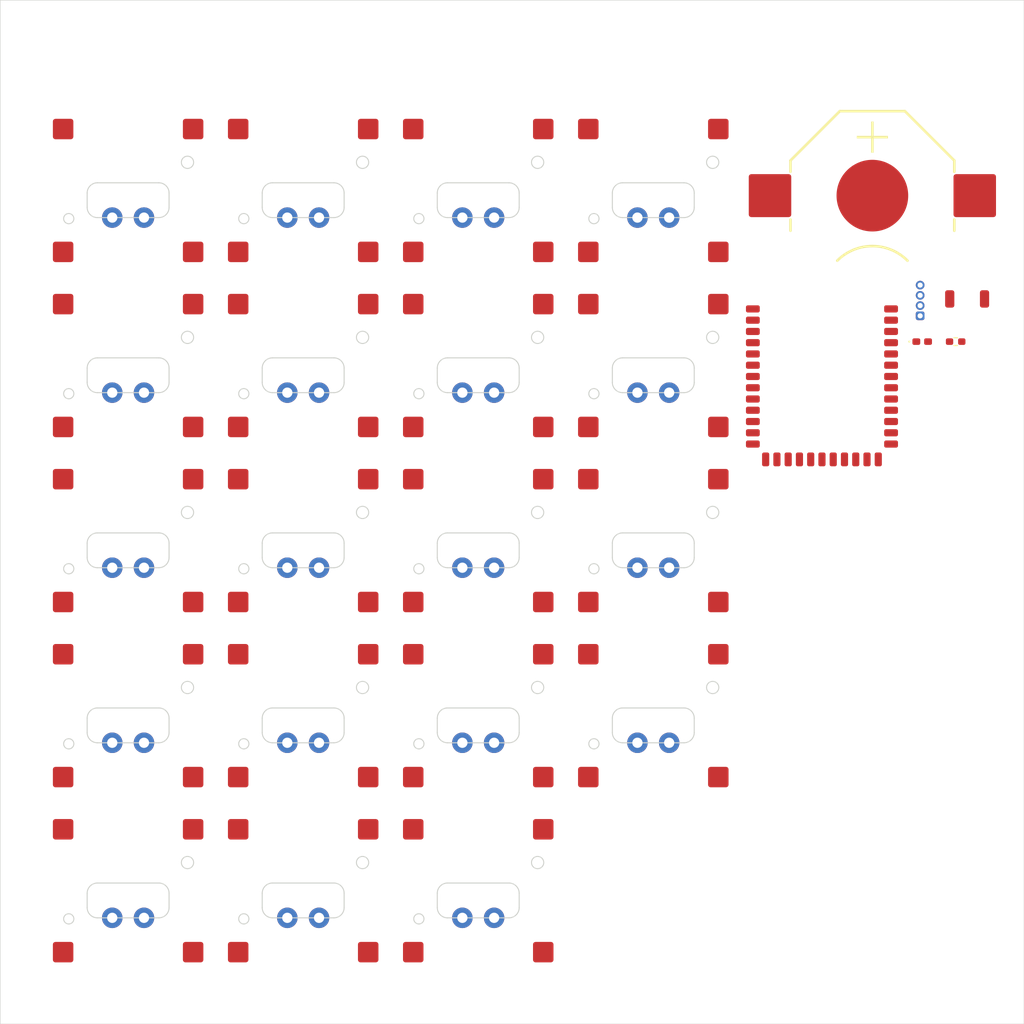
<source format=kicad_pcb>
(kicad_pcb (version 20241229) (generator "pcbnew") (generator_version "9.0")
  (layers (0 "F.Cu" signal) (2 "B.Cu" signal) (13 "F.Paste" user) (15 "B.Paste" user) (5 "F.SilkS" user "F.Silkscreen") (7 "B.SilkS" user "B.Silkscreen") (1 "F.Mask" user) (3 "B.Mask" user) (25 "Edge.Cuts" user))
  (net 0 "")
  (net 1 "VBUS")
  (net 2 "GND")
  (net 3 "LED")
  (net 4 "Net-(D1-K)")
  (net 5 "nRF_VDD")
  (net 6 "SWC")
  (net 7 "SWD")
  (net 8 "R1C1")
  (net 9 "R1C2")
  (net 10 "R1C3")
  (net 11 "R1C4")
  (net 12 "R1C5")
  (net 13 "R2C1")
  (net 14 "R2C2")
  (net 15 "R2C3")
  (net 16 "R2C4")
  (net 17 "R2C5")
  (net 18 "R3C0")
  (net 19 "R3C1")
  (net 20 "R3C2")
  (net 21 "R3C3")
  (net 22 "R3C4")
  (net 23 "R3C5")
  (net 24 "R4C3")
  (net 25 "R4C4")
  (net 26 "R4C5")
  (net 27 "RESET")
  (footprint "takemo:CPG1316S01D02" (layer "F.Cu") (at 112.38 110.14)
    (property "Reference" "SW3")
    (property "Value" "SW_Push_45deg" (hide yes))
    (fp_line (start -4 1.65) (end -4 0.25) (stroke (width 0.1)) (layer "Edge.Cuts"))
    (fp_line (start -3 -0.75) (end 3 -0.75) (stroke (width 0.1)) (layer "Edge.Cuts"))
    (fp_line (start 3 2.65) (end -3 2.65) (stroke (width 0.1)) (layer "Edge.Cuts"))
    (fp_line (start 4 0.25) (end 4 1.65) (stroke (width 0.1)) (layer "Edge.Cuts"))
    (fp_arc (start -4 0.25) (mid -3.707107 -0.457107) (end -3 -0.75) (stroke (width 0.1)) (layer "Edge.Cuts"))
    (fp_arc (start -3 2.65) (mid -3.707107 2.357107) (end -4 1.65) (stroke (width 0.1)) (layer "Edge.Cuts"))
    (fp_arc (start 3 -0.75) (mid 3.707107 -0.457107) (end 4 0.25) (stroke (width 0.1)) (layer "Edge.Cuts"))
    (fp_arc (start 4 1.65) (mid 3.707107 2.357107) (end 3 2.65) (stroke (width 0.1)) (layer "Edge.Cuts"))
    (fp_circle (center -5.8 2.75) (end -5.3 2.75) (stroke (width 0.1)) (fill no) (layer "Edge.Cuts"))
    (fp_circle (center 5.8 -2.75) (end 6.4 -2.75) (stroke (width 0.1)) (fill no) (layer "Edge.Cuts"))
    (pad "1" thru_hole circle (at -1.55 2.65) (size 2 2) (drill 1) (property pad_prop_castellated) (layers "*.Cu" "*.Paste" "*.Mask") (net 10 "R1C3"))
    (pad "2" thru_hole circle (at 1.55 2.65) (size 2 2) (drill 1) (property pad_prop_castellated) (layers "*.Cu" "*.Paste" "*.Mask") (net 2 "GND"))
    (pad "3" smd roundrect (at -6.35 -6) (size 2 2) (layers "F.Cu" "F.Mask" "F.Paste") (roundrect_rratio 0.125))
    (pad "3" smd roundrect (at -6.35 6) (size 2 2) (layers "F.Cu" "F.Mask" "F.Paste") (roundrect_rratio 0.125))
    (pad "3" smd roundrect (at 6.35 -6) (size 2 2) (layers "F.Cu" "F.Mask" "F.Paste") (roundrect_rratio 0.125))
    (pad "3" smd roundrect (at 6.35 6) (size 2 2) (layers "F.Cu" "F.Mask" "F.Paste") (roundrect_rratio 0.125))
  )
  (footprint "takemo:CPG1316S01D02" (layer "F.Cu") (at 163.68 75.94)
    (property "Reference" "SW16")
    (property "Value" "SW_Push_45deg" (hide yes))
    (fp_line (start -4 1.65) (end -4 0.25) (stroke (width 0.1)) (layer "Edge.Cuts"))
    (fp_line (start -3 -0.75) (end 3 -0.75) (stroke (width 0.1)) (layer "Edge.Cuts"))
    (fp_line (start 3 2.65) (end -3 2.65) (stroke (width 0.1)) (layer "Edge.Cuts"))
    (fp_line (start 4 0.25) (end 4 1.65) (stroke (width 0.1)) (layer "Edge.Cuts"))
    (fp_arc (start -4 0.25) (mid -3.707107 -0.457107) (end -3 -0.75) (stroke (width 0.1)) (layer "Edge.Cuts"))
    (fp_arc (start -3 2.65) (mid -3.707107 2.357107) (end -4 1.65) (stroke (width 0.1)) (layer "Edge.Cuts"))
    (fp_arc (start 3 -0.75) (mid 3.707107 -0.457107) (end 4 0.25) (stroke (width 0.1)) (layer "Edge.Cuts"))
    (fp_arc (start 4 1.65) (mid 3.707107 2.357107) (end 3 2.65) (stroke (width 0.1)) (layer "Edge.Cuts"))
    (fp_circle (center -5.8 2.75) (end -5.3 2.75) (stroke (width 0.1)) (fill no) (layer "Edge.Cuts"))
    (fp_circle (center 5.8 -2.75) (end 6.4 -2.75) (stroke (width 0.1)) (fill no) (layer "Edge.Cuts"))
    (pad "1" thru_hole circle (at -1.55 2.65) (size 2 2) (drill 1) (property pad_prop_castellated) (layers "*.Cu" "*.Paste" "*.Mask") (net 23 "R3C5"))
    (pad "2" thru_hole circle (at 1.55 2.65) (size 2 2) (drill 1) (property pad_prop_castellated) (layers "*.Cu" "*.Paste" "*.Mask") (net 2 "GND"))
    (pad "3" smd roundrect (at -6.35 -6) (size 2 2) (layers "F.Cu" "F.Mask" "F.Paste") (roundrect_rratio 0.125))
    (pad "3" smd roundrect (at -6.35 6) (size 2 2) (layers "F.Cu" "F.Mask" "F.Paste") (roundrect_rratio 0.125))
    (pad "3" smd roundrect (at 6.35 -6) (size 2 2) (layers "F.Cu" "F.Mask" "F.Paste") (roundrect_rratio 0.125))
    (pad "3" smd roundrect (at 6.35 6) (size 2 2) (layers "F.Cu" "F.Mask" "F.Paste") (roundrect_rratio 0.125))
  )
  (footprint "takemo:BAT-SMD_MY-1632-03" (layer "F.Cu") (at 185.08 76.4455)
    (property "Reference" "BT1" (hide yes))
    (property "Value" "Battery_Cell" (hide yes))
    (fp_line (start -8.001 -3.429) (end -8.001 -2.331) (stroke (width 0.254)) (layer "F.SilkS"))
    (fp_line (start -8.001 2.331) (end -8.001 3.429) (stroke (width 0.254)) (layer "F.SilkS"))
    (fp_line (start -3.175 -8.255) (end -8.001 -3.429) (stroke (width 0.254)) (layer "F.SilkS"))
    (fp_line (start -3.175 -8.255) (end 3.175 -8.255) (stroke (width 0.254)) (layer "F.SilkS"))
    (fp_line (start 3.175 -8.255) (end 8.001 -3.429) (stroke (width 0.254)) (layer "F.SilkS"))
    (fp_line (start 8.001 -3.429) (end 8.001 -2.331) (stroke (width 0.254)) (layer "F.SilkS"))
    (fp_line (start 8.001 2.331) (end 8.001 3.429) (stroke (width 0.254)) (layer "F.SilkS"))
    (fp_arc (start -3.429 6.35) (mid 0 4.926875) (end 3.429 6.35) (stroke (width 0.254)) (layer "F.SilkS"))
    (fp_poly (pts (xy -1.524 -5.842) (xy 1.524 -5.842) (xy 1.524 -5.588) (xy -1.524 -5.588)) (fill yes) (layer "F.SilkS"))
    (fp_poly (pts (xy -0.127 -4.191) (xy -0.127 -7.239) (xy 0.127 -7.239) (xy 0.127 -4.191)) (fill yes) (layer "F.SilkS"))
    (pad "1" smd roundrect (at -10 0) (size 4.15 4.2) (layers "F.Cu" "F.Mask" "F.Paste") (roundrect_rratio 0.06024096386) (net 1 "VBUS"))
    (pad "1" smd roundrect (at 10 0) (size 4.15 4.2) (layers "F.Cu" "F.Mask" "F.Paste") (roundrect_rratio 0.06024096386) (net 1 "VBUS"))
    (pad "2" smd circle (at 0 0) (size 7 7) (layers "F.Cu" "F.Mask" "F.Paste") (net 2 "GND"))
  )
  (footprint "takemo:CPG1316S01D02" (layer "F.Cu") (at 112.38 144.34)
    (property "Reference" "SW5")
    (property "Value" "SW_Push_45deg" (hide yes))
    (fp_line (start -4 1.65) (end -4 0.25) (stroke (width 0.1)) (layer "Edge.Cuts"))
    (fp_line (start -3 -0.75) (end 3 -0.75) (stroke (width 0.1)) (layer "Edge.Cuts"))
    (fp_line (start 3 2.65) (end -3 2.65) (stroke (width 0.1)) (layer "Edge.Cuts"))
    (fp_line (start 4 0.25) (end 4 1.65) (stroke (width 0.1)) (layer "Edge.Cuts"))
    (fp_arc (start -4 0.25) (mid -3.707107 -0.457107) (end -3 -0.75) (stroke (width 0.1)) (layer "Edge.Cuts"))
    (fp_arc (start -3 2.65) (mid -3.707107 2.357107) (end -4 1.65) (stroke (width 0.1)) (layer "Edge.Cuts"))
    (fp_arc (start 3 -0.75) (mid 3.707107 -0.457107) (end 4 0.25) (stroke (width 0.1)) (layer "Edge.Cuts"))
    (fp_arc (start 4 1.65) (mid 3.707107 2.357107) (end 3 2.65) (stroke (width 0.1)) (layer "Edge.Cuts"))
    (fp_circle (center -5.8 2.75) (end -5.3 2.75) (stroke (width 0.1)) (fill no) (layer "Edge.Cuts"))
    (fp_circle (center 5.8 -2.75) (end 6.4 -2.75) (stroke (width 0.1)) (fill no) (layer "Edge.Cuts"))
    (pad "1" thru_hole circle (at -1.55 2.65) (size 2 2) (drill 1) (property pad_prop_castellated) (layers "*.Cu" "*.Paste" "*.Mask") (net 12 "R1C5"))
    (pad "2" thru_hole circle (at 1.55 2.65) (size 2 2) (drill 1) (property pad_prop_castellated) (layers "*.Cu" "*.Paste" "*.Mask") (net 2 "GND"))
    (pad "3" smd roundrect (at -6.35 -6) (size 2 2) (layers "F.Cu" "F.Mask" "F.Paste") (roundrect_rratio 0.125))
    (pad "3" smd roundrect (at -6.35 6) (size 2 2) (layers "F.Cu" "F.Mask" "F.Paste") (roundrect_rratio 0.125))
    (pad "3" smd roundrect (at 6.35 -6) (size 2 2) (layers "F.Cu" "F.Mask" "F.Paste") (roundrect_rratio 0.125))
    (pad "3" smd roundrect (at 6.35 6) (size 2 2) (layers "F.Cu" "F.Mask" "F.Paste") (roundrect_rratio 0.125))
  )
  (footprint "takemo:CPG1316S01D02" (layer "F.Cu") (at 129.48 144.34)
    (property "Reference" "SW10")
    (property "Value" "SW_Push_45deg" (hide yes))
    (fp_line (start -4 1.65) (end -4 0.25) (stroke (width 0.1)) (layer "Edge.Cuts"))
    (fp_line (start -3 -0.75) (end 3 -0.75) (stroke (width 0.1)) (layer "Edge.Cuts"))
    (fp_line (start 3 2.65) (end -3 2.65) (stroke (width 0.1)) (layer "Edge.Cuts"))
    (fp_line (start 4 0.25) (end 4 1.65) (stroke (width 0.1)) (layer "Edge.Cuts"))
    (fp_arc (start -4 0.25) (mid -3.707107 -0.457107) (end -3 -0.75) (stroke (width 0.1)) (layer "Edge.Cuts"))
    (fp_arc (start -3 2.65) (mid -3.707107 2.357107) (end -4 1.65) (stroke (width 0.1)) (layer "Edge.Cuts"))
    (fp_arc (start 3 -0.75) (mid 3.707107 -0.457107) (end 4 0.25) (stroke (width 0.1)) (layer "Edge.Cuts"))
    (fp_arc (start 4 1.65) (mid 3.707107 2.357107) (end 3 2.65) (stroke (width 0.1)) (layer "Edge.Cuts"))
    (fp_circle (center -5.8 2.75) (end -5.3 2.75) (stroke (width 0.1)) (fill no) (layer "Edge.Cuts"))
    (fp_circle (center 5.8 -2.75) (end 6.4 -2.75) (stroke (width 0.1)) (fill no) (layer "Edge.Cuts"))
    (pad "1" thru_hole circle (at -1.55 2.65) (size 2 2) (drill 1) (property pad_prop_castellated) (layers "*.Cu" "*.Paste" "*.Mask") (net 17 "R2C5"))
    (pad "2" thru_hole circle (at 1.55 2.65) (size 2 2) (drill 1) (property pad_prop_castellated) (layers "*.Cu" "*.Paste" "*.Mask") (net 2 "GND"))
    (pad "3" smd roundrect (at -6.35 -6) (size 2 2) (layers "F.Cu" "F.Mask" "F.Paste") (roundrect_rratio 0.125))
    (pad "3" smd roundrect (at -6.35 6) (size 2 2) (layers "F.Cu" "F.Mask" "F.Paste") (roundrect_rratio 0.125))
    (pad "3" smd roundrect (at 6.35 -6) (size 2 2) (layers "F.Cu" "F.Mask" "F.Paste") (roundrect_rratio 0.125))
    (pad "3" smd roundrect (at 6.35 6) (size 2 2) (layers "F.Cu" "F.Mask" "F.Paste") (roundrect_rratio 0.125))
  )
  (footprint "takemo:CPG1316S01D02" (layer "F.Cu") (at 146.58 110.14)
    (property "Reference" "SW13")
    (property "Value" "SW_Push_45deg" (hide yes))
    (fp_line (start -4 1.65) (end -4 0.25) (stroke (width 0.1)) (layer "Edge.Cuts"))
    (fp_line (start -3 -0.75) (end 3 -0.75) (stroke (width 0.1)) (layer "Edge.Cuts"))
    (fp_line (start 3 2.65) (end -3 2.65) (stroke (width 0.1)) (layer "Edge.Cuts"))
    (fp_line (start 4 0.25) (end 4 1.65) (stroke (width 0.1)) (layer "Edge.Cuts"))
    (fp_arc (start -4 0.25) (mid -3.707107 -0.457107) (end -3 -0.75) (stroke (width 0.1)) (layer "Edge.Cuts"))
    (fp_arc (start -3 2.65) (mid -3.707107 2.357107) (end -4 1.65) (stroke (width 0.1)) (layer "Edge.Cuts"))
    (fp_arc (start 3 -0.75) (mid 3.707107 -0.457107) (end 4 0.25) (stroke (width 0.1)) (layer "Edge.Cuts"))
    (fp_arc (start 4 1.65) (mid 3.707107 2.357107) (end 3 2.65) (stroke (width 0.1)) (layer "Edge.Cuts"))
    (fp_circle (center -5.8 2.75) (end -5.3 2.75) (stroke (width 0.1)) (fill no) (layer "Edge.Cuts"))
    (fp_circle (center 5.8 -2.75) (end 6.4 -2.75) (stroke (width 0.1)) (fill no) (layer "Edge.Cuts"))
    (pad "1" thru_hole circle (at -1.55 2.65) (size 2 2) (drill 1) (property pad_prop_castellated) (layers "*.Cu" "*.Paste" "*.Mask") (net 20 "R3C2"))
    (pad "2" thru_hole circle (at 1.55 2.65) (size 2 2) (drill 1) (property pad_prop_castellated) (layers "*.Cu" "*.Paste" "*.Mask") (net 2 "GND"))
    (pad "3" smd roundrect (at -6.35 -6) (size 2 2) (layers "F.Cu" "F.Mask" "F.Paste") (roundrect_rratio 0.125))
    (pad "3" smd roundrect (at -6.35 6) (size 2 2) (layers "F.Cu" "F.Mask" "F.Paste") (roundrect_rratio 0.125))
    (pad "3" smd roundrect (at 6.35 -6) (size 2 2) (layers "F.Cu" "F.Mask" "F.Paste") (roundrect_rratio 0.125))
    (pad "3" smd roundrect (at 6.35 6) (size 2 2) (layers "F.Cu" "F.Mask" "F.Paste") (roundrect_rratio 0.125))
  )
  (footprint "takemo:CPG1316S01D02" (layer "F.Cu") (at 163.68 110.14)
    (property "Reference" "SW18")
    (property "Value" "SW_Push_45deg" (hide yes))
    (fp_line (start -4 1.65) (end -4 0.25) (stroke (width 0.1)) (layer "Edge.Cuts"))
    (fp_line (start -3 -0.75) (end 3 -0.75) (stroke (width 0.1)) (layer "Edge.Cuts"))
    (fp_line (start 3 2.65) (end -3 2.65) (stroke (width 0.1)) (layer "Edge.Cuts"))
    (fp_line (start 4 0.25) (end 4 1.65) (stroke (width 0.1)) (layer "Edge.Cuts"))
    (fp_arc (start -4 0.25) (mid -3.707107 -0.457107) (end -3 -0.75) (stroke (width 0.1)) (layer "Edge.Cuts"))
    (fp_arc (start -3 2.65) (mid -3.707107 2.357107) (end -4 1.65) (stroke (width 0.1)) (layer "Edge.Cuts"))
    (fp_arc (start 3 -0.75) (mid 3.707107 -0.457107) (end 4 0.25) (stroke (width 0.1)) (layer "Edge.Cuts"))
    (fp_arc (start 4 1.65) (mid 3.707107 2.357107) (end 3 2.65) (stroke (width 0.1)) (layer "Edge.Cuts"))
    (fp_circle (center -5.8 2.75) (end -5.3 2.75) (stroke (width 0.1)) (fill no) (layer "Edge.Cuts"))
    (fp_circle (center 5.8 -2.75) (end 6.4 -2.75) (stroke (width 0.1)) (fill no) (layer "Edge.Cuts"))
    (pad "1" thru_hole circle (at -1.55 2.65) (size 2 2) (drill 1) (property pad_prop_castellated) (layers "*.Cu" "*.Paste" "*.Mask") (net 25 "R4C4"))
    (pad "2" thru_hole circle (at 1.55 2.65) (size 2 2) (drill 1) (property pad_prop_castellated) (layers "*.Cu" "*.Paste" "*.Mask") (net 2 "GND"))
    (pad "3" smd roundrect (at -6.35 -6) (size 2 2) (layers "F.Cu" "F.Mask" "F.Paste") (roundrect_rratio 0.125))
    (pad "3" smd roundrect (at -6.35 6) (size 2 2) (layers "F.Cu" "F.Mask" "F.Paste") (roundrect_rratio 0.125))
    (pad "3" smd roundrect (at 6.35 -6) (size 2 2) (layers "F.Cu" "F.Mask" "F.Paste") (roundrect_rratio 0.125))
    (pad "3" smd roundrect (at 6.35 6) (size 2 2) (layers "F.Cu" "F.Mask" "F.Paste") (roundrect_rratio 0.125))
  )
  (footprint "takemo:CPG1316S01D02" (layer "F.Cu") (at 112.38 75.94)
    (property "Reference" "SW1")
    (property "Value" "SW_Push_45deg" (hide yes))
    (fp_line (start -4 1.65) (end -4 0.25) (stroke (width 0.1)) (layer "Edge.Cuts"))
    (fp_line (start -3 -0.75) (end 3 -0.75) (stroke (width 0.1)) (layer "Edge.Cuts"))
    (fp_line (start 3 2.65) (end -3 2.65) (stroke (width 0.1)) (layer "Edge.Cuts"))
    (fp_line (start 4 0.25) (end 4 1.65) (stroke (width 0.1)) (layer "Edge.Cuts"))
    (fp_arc (start -4 0.25) (mid -3.707107 -0.457107) (end -3 -0.75) (stroke (width 0.1)) (layer "Edge.Cuts"))
    (fp_arc (start -3 2.65) (mid -3.707107 2.357107) (end -4 1.65) (stroke (width 0.1)) (layer "Edge.Cuts"))
    (fp_arc (start 3 -0.75) (mid 3.707107 -0.457107) (end 4 0.25) (stroke (width 0.1)) (layer "Edge.Cuts"))
    (fp_arc (start 4 1.65) (mid 3.707107 2.357107) (end 3 2.65) (stroke (width 0.1)) (layer "Edge.Cuts"))
    (fp_circle (center -5.8 2.75) (end -5.3 2.75) (stroke (width 0.1)) (fill no) (layer "Edge.Cuts"))
    (fp_circle (center 5.8 -2.75) (end 6.4 -2.75) (stroke (width 0.1)) (fill no) (layer "Edge.Cuts"))
    (pad "1" thru_hole circle (at -1.55 2.65) (size 2 2) (drill 1) (property pad_prop_castellated) (layers "*.Cu" "*.Paste" "*.Mask") (net 8 "R1C1"))
    (pad "2" thru_hole circle (at 1.55 2.65) (size 2 2) (drill 1) (property pad_prop_castellated) (layers "*.Cu" "*.Paste" "*.Mask") (net 2 "GND"))
    (pad "3" smd roundrect (at -6.35 -6) (size 2 2) (layers "F.Cu" "F.Mask" "F.Paste") (roundrect_rratio 0.125))
    (pad "3" smd roundrect (at -6.35 6) (size 2 2) (layers "F.Cu" "F.Mask" "F.Paste") (roundrect_rratio 0.125))
    (pad "3" smd roundrect (at 6.35 -6) (size 2 2) (layers "F.Cu" "F.Mask" "F.Paste") (roundrect_rratio 0.125))
    (pad "3" smd roundrect (at 6.35 6) (size 2 2) (layers "F.Cu" "F.Mask" "F.Paste") (roundrect_rratio 0.125))
  )
  (footprint "takemo:LED_0402_1005Metric_Pad0.77x0.64mm_HandSolder" (layer "F.Cu") (at 189.945 90.705)
    (property "Reference" "D1" (hide yes))
    (property "Value" "LED" (hide yes))
    (fp_circle (center -1.265 0) (end -1.215 0) (stroke (width 0.1)) (fill no) (layer "F.SilkS"))
    (pad "1" smd roundrect (at -0.5725 0) (size 0.765 0.64) (layers "F.Cu" "F.Mask" "F.Paste") (net 4 "Net-(D1-K)"))
    (pad "2" smd roundrect (at 0.5725 0) (size 0.765 0.64) (layers "F.Cu" "F.Mask" "F.Paste") (net 3 "LED"))
  )
  (footprint "takemo:CPG1316S01D02" (layer "F.Cu") (at 129.48 75.94)
    (property "Reference" "SW6")
    (property "Value" "SW_Push_45deg" (hide yes))
    (fp_line (start -4 1.65) (end -4 0.25) (stroke (width 0.1)) (layer "Edge.Cuts"))
    (fp_line (start -3 -0.75) (end 3 -0.75) (stroke (width 0.1)) (layer "Edge.Cuts"))
    (fp_line (start 3 2.65) (end -3 2.65) (stroke (width 0.1)) (layer "Edge.Cuts"))
    (fp_line (start 4 0.25) (end 4 1.65) (stroke (width 0.1)) (layer "Edge.Cuts"))
    (fp_arc (start -4 0.25) (mid -3.707107 -0.457107) (end -3 -0.75) (stroke (width 0.1)) (layer "Edge.Cuts"))
    (fp_arc (start -3 2.65) (mid -3.707107 2.357107) (end -4 1.65) (stroke (width 0.1)) (layer "Edge.Cuts"))
    (fp_arc (start 3 -0.75) (mid 3.707107 -0.457107) (end 4 0.25) (stroke (width 0.1)) (layer "Edge.Cuts"))
    (fp_arc (start 4 1.65) (mid 3.707107 2.357107) (end 3 2.65) (stroke (width 0.1)) (layer "Edge.Cuts"))
    (fp_circle (center -5.8 2.75) (end -5.3 2.75) (stroke (width 0.1)) (fill no) (layer "Edge.Cuts"))
    (fp_circle (center 5.8 -2.75) (end 6.4 -2.75) (stroke (width 0.1)) (fill no) (layer "Edge.Cuts"))
    (pad "1" thru_hole circle (at -1.55 2.65) (size 2 2) (drill 1) (property pad_prop_castellated) (layers "*.Cu" "*.Paste" "*.Mask") (net 13 "R2C1"))
    (pad "2" thru_hole circle (at 1.55 2.65) (size 2 2) (drill 1) (property pad_prop_castellated) (layers "*.Cu" "*.Paste" "*.Mask") (net 2 "GND"))
    (pad "3" smd roundrect (at -6.35 -6) (size 2 2) (layers "F.Cu" "F.Mask" "F.Paste") (roundrect_rratio 0.125))
    (pad "3" smd roundrect (at -6.35 6) (size 2 2) (layers "F.Cu" "F.Mask" "F.Paste") (roundrect_rratio 0.125))
    (pad "3" smd roundrect (at 6.35 -6) (size 2 2) (layers "F.Cu" "F.Mask" "F.Paste") (roundrect_rratio 0.125))
    (pad "3" smd roundrect (at 6.35 6) (size 2 2) (layers "F.Cu" "F.Mask" "F.Paste") (roundrect_rratio 0.125))
  )
  (footprint "takemo:CPG1316S01D02" (layer "F.Cu") (at 112.38 93.04)
    (property "Reference" "SW2")
    (property "Value" "SW_Push_45deg" (hide yes))
    (fp_line (start -4 1.65) (end -4 0.25) (stroke (width 0.1)) (layer "Edge.Cuts"))
    (fp_line (start -3 -0.75) (end 3 -0.75) (stroke (width 0.1)) (layer "Edge.Cuts"))
    (fp_line (start 3 2.65) (end -3 2.65) (stroke (width 0.1)) (layer "Edge.Cuts"))
    (fp_line (start 4 0.25) (end 4 1.65) (stroke (width 0.1)) (layer "Edge.Cuts"))
    (fp_arc (start -4 0.25) (mid -3.707107 -0.457107) (end -3 -0.75) (stroke (width 0.1)) (layer "Edge.Cuts"))
    (fp_arc (start -3 2.65) (mid -3.707107 2.357107) (end -4 1.65) (stroke (width 0.1)) (layer "Edge.Cuts"))
    (fp_arc (start 3 -0.75) (mid 3.707107 -0.457107) (end 4 0.25) (stroke (width 0.1)) (layer "Edge.Cuts"))
    (fp_arc (start 4 1.65) (mid 3.707107 2.357107) (end 3 2.65) (stroke (width 0.1)) (layer "Edge.Cuts"))
    (fp_circle (center -5.8 2.75) (end -5.3 2.75) (stroke (width 0.1)) (fill no) (layer "Edge.Cuts"))
    (fp_circle (center 5.8 -2.75) (end 6.4 -2.75) (stroke (width 0.1)) (fill no) (layer "Edge.Cuts"))
    (pad "1" thru_hole circle (at -1.55 2.65) (size 2 2) (drill 1) (property pad_prop_castellated) (layers "*.Cu" "*.Paste" "*.Mask") (net 9 "R1C2"))
    (pad "2" thru_hole circle (at 1.55 2.65) (size 2 2) (drill 1) (property pad_prop_castellated) (layers "*.Cu" "*.Paste" "*.Mask") (net 2 "GND"))
    (pad "3" smd roundrect (at -6.35 -6) (size 2 2) (layers "F.Cu" "F.Mask" "F.Paste") (roundrect_rratio 0.125))
    (pad "3" smd roundrect (at -6.35 6) (size 2 2) (layers "F.Cu" "F.Mask" "F.Paste") (roundrect_rratio 0.125))
    (pad "3" smd roundrect (at 6.35 -6) (size 2 2) (layers "F.Cu" "F.Mask" "F.Paste") (roundrect_rratio 0.125))
    (pad "3" smd roundrect (at 6.35 6) (size 2 2) (layers "F.Cu" "F.Mask" "F.Paste") (roundrect_rratio 0.125))
  )
  (footprint "takemo:CPG1316S01D02" (layer "F.Cu") (at 129.48 127.24)
    (property "Reference" "SW9")
    (property "Value" "SW_Push_45deg" (hide yes))
    (fp_line (start -4 1.65) (end -4 0.25) (stroke (width 0.1)) (layer "Edge.Cuts"))
    (fp_line (start -3 -0.75) (end 3 -0.75) (stroke (width 0.1)) (layer "Edge.Cuts"))
    (fp_line (start 3 2.65) (end -3 2.65) (stroke (width 0.1)) (layer "Edge.Cuts"))
    (fp_line (start 4 0.25) (end 4 1.65) (stroke (width 0.1)) (layer "Edge.Cuts"))
    (fp_arc (start -4 0.25) (mid -3.707107 -0.457107) (end -3 -0.75) (stroke (width 0.1)) (layer "Edge.Cuts"))
    (fp_arc (start -3 2.65) (mid -3.707107 2.357107) (end -4 1.65) (stroke (width 0.1)) (layer "Edge.Cuts"))
    (fp_arc (start 3 -0.75) (mid 3.707107 -0.457107) (end 4 0.25) (stroke (width 0.1)) (layer "Edge.Cuts"))
    (fp_arc (start 4 1.65) (mid 3.707107 2.357107) (end 3 2.65) (stroke (width 0.1)) (layer "Edge.Cuts"))
    (fp_circle (center -5.8 2.75) (end -5.3 2.75) (stroke (width 0.1)) (fill no) (layer "Edge.Cuts"))
    (fp_circle (center 5.8 -2.75) (end 6.4 -2.75) (stroke (width 0.1)) (fill no) (layer "Edge.Cuts"))
    (pad "1" thru_hole circle (at -1.55 2.65) (size 2 2) (drill 1) (property pad_prop_castellated) (layers "*.Cu" "*.Paste" "*.Mask") (net 16 "R2C4"))
    (pad "2" thru_hole circle (at 1.55 2.65) (size 2 2) (drill 1) (property pad_prop_castellated) (layers "*.Cu" "*.Paste" "*.Mask") (net 2 "GND"))
    (pad "3" smd roundrect (at -6.35 -6) (size 2 2) (layers "F.Cu" "F.Mask" "F.Paste") (roundrect_rratio 0.125))
    (pad "3" smd roundrect (at -6.35 6) (size 2 2) (layers "F.Cu" "F.Mask" "F.Paste") (roundrect_rratio 0.125))
    (pad "3" smd roundrect (at 6.35 -6) (size 2 2) (layers "F.Cu" "F.Mask" "F.Paste") (roundrect_rratio 0.125))
    (pad "3" smd roundrect (at 6.35 6) (size 2 2) (layers "F.Cu" "F.Mask" "F.Paste") (roundrect_rratio 0.125))
  )
  (footprint "takemo:CPG1316S01D02" (layer "F.Cu") (at 129.48 93.04)
    (property "Reference" "SW7")
    (property "Value" "SW_Push_45deg" (hide yes))
    (fp_line (start -4 1.65) (end -4 0.25) (stroke (width 0.1)) (layer "Edge.Cuts"))
    (fp_line (start -3 -0.75) (end 3 -0.75) (stroke (width 0.1)) (layer "Edge.Cuts"))
    (fp_line (start 3 2.65) (end -3 2.65) (stroke (width 0.1)) (layer "Edge.Cuts"))
    (fp_line (start 4 0.25) (end 4 1.65) (stroke (width 0.1)) (layer "Edge.Cuts"))
    (fp_arc (start -4 0.25) (mid -3.707107 -0.457107) (end -3 -0.75) (stroke (width 0.1)) (layer "Edge.Cuts"))
    (fp_arc (start -3 2.65) (mid -3.707107 2.357107) (end -4 1.65) (stroke (width 0.1)) (layer "Edge.Cuts"))
    (fp_arc (start 3 -0.75) (mid 3.707107 -0.457107) (end 4 0.25) (stroke (width 0.1)) (layer "Edge.Cuts"))
    (fp_arc (start 4 1.65) (mid 3.707107 2.357107) (end 3 2.65) (stroke (width 0.1)) (layer "Edge.Cuts"))
    (fp_circle (center -5.8 2.75) (end -5.3 2.75) (stroke (width 0.1)) (fill no) (layer "Edge.Cuts"))
    (fp_circle (center 5.8 -2.75) (end 6.4 -2.75) (stroke (width 0.1)) (fill no) (layer "Edge.Cuts"))
    (pad "1" thru_hole circle (at -1.55 2.65) (size 2 2) (drill 1) (property pad_prop_castellated) (layers "*.Cu" "*.Paste" "*.Mask") (net 14 "R2C2"))
    (pad "2" thru_hole circle (at 1.55 2.65) (size 2 2) (drill 1) (property pad_prop_castellated) (layers "*.Cu" "*.Paste" "*.Mask") (net 2 "GND"))
    (pad "3" smd roundrect (at -6.35 -6) (size 2 2) (layers "F.Cu" "F.Mask" "F.Paste") (roundrect_rratio 0.125))
    (pad "3" smd roundrect (at -6.35 6) (size 2 2) (layers "F.Cu" "F.Mask" "F.Paste") (roundrect_rratio 0.125))
    (pad "3" smd roundrect (at 6.35 -6) (size 2 2) (layers "F.Cu" "F.Mask" "F.Paste") (roundrect_rratio 0.125))
    (pad "3" smd roundrect (at 6.35 6) (size 2 2) (layers "F.Cu" "F.Mask" "F.Paste") (roundrect_rratio 0.125))
  )
  (footprint "takemo:Holyiot-18010-nRF52840" (layer "F.Cu") (at 180.155 93.21)
    (property "Reference" "U1")
    (property "Value" "HOLYIOT-18010-NRF52840")
    (pad "1" smd roundrect (at -6.75 -5.7) (size 1.35 0.7) (layers "F.Cu" "F.Mask" "F.Paste") (net 2 "GND"))
    (pad "2" smd roundrect (at -6.75 -4.6) (size 1.35 0.7) (layers "F.Cu" "F.Mask" "F.Paste"))
    (pad "3" smd roundrect (at -6.75 -3.5) (size 1.35 0.7) (layers "F.Cu" "F.Mask" "F.Paste") (net 3 "LED"))
    (pad "4" smd roundrect (at -6.75 -2.4) (size 1.35 0.7) (layers "F.Cu" "F.Mask" "F.Paste") (net 24 "R4C3"))
    (pad "5" smd roundrect (at -6.75 -1.3) (size 1.35 0.7) (layers "F.Cu" "F.Mask" "F.Paste") (net 25 "R4C4"))
    (pad "6" smd roundrect (at -6.75 -0.2) (size 1.35 0.7) (layers "F.Cu" "F.Mask" "F.Paste") (net 26 "R4C5"))
    (pad "7" smd roundrect (at -6.75 0.9) (size 1.35 0.7) (layers "F.Cu" "F.Mask" "F.Paste"))
    (pad "8" smd roundrect (at -6.75 2) (size 1.35 0.7) (layers "F.Cu" "F.Mask" "F.Paste") (net 23 "R3C5"))
    (pad "9" smd roundrect (at -6.75 3.1) (size 1.35 0.7) (layers "F.Cu" "F.Mask" "F.Paste") (net 22 "R3C4"))
    (pad "10" smd roundrect (at -6.75 4.2) (size 1.35 0.7) (layers "F.Cu" "F.Mask" "F.Paste") (net 21 "R3C3"))
    (pad "11" smd roundrect (at -6.75 5.3) (size 1.35 0.7) (layers "F.Cu" "F.Mask" "F.Paste") (net 20 "R3C2"))
    (pad "12" smd roundrect (at -6.75 6.4) (size 1.35 0.7) (layers "F.Cu" "F.Mask" "F.Paste") (net 19 "R3C1"))
    (pad "13" smd roundrect (at -6.75 7.5) (size 1.35 0.7) (layers "F.Cu" "F.Mask" "F.Paste") (net 18 "R3C0"))
    (pad "14" smd roundrect (at -5.5 9 90) (size 1.35 0.7) (layers "F.Cu" "F.Mask" "F.Paste") (net 5 "nRF_VDD"))
    (pad "15" smd roundrect (at -4.4 9 90) (size 1.35 0.7) (layers "F.Cu" "F.Mask" "F.Paste") (net 8 "R1C1"))
    (pad "16" smd roundrect (at -3.3 9 90) (size 1.35 0.7) (layers "F.Cu" "F.Mask" "F.Paste") (net 9 "R1C2"))
    (pad "17" smd roundrect (at -2.2 9 90) (size 1.35 0.7) (layers "F.Cu" "F.Mask" "F.Paste") (net 10 "R1C3"))
    (pad "18" smd roundrect (at -1.1 9 90) (size 1.35 0.7) (layers "F.Cu" "F.Mask" "F.Paste") (net 11 "R1C4"))
    (pad "19" smd roundrect (at 0 9 90) (size 1.35 0.7) (layers "F.Cu" "F.Mask" "F.Paste") (net 12 "R1C5"))
    (pad "20" smd roundrect (at 1.1 9 90) (size 1.35 0.7) (layers "F.Cu" "F.Mask" "F.Paste"))
    (pad "21" smd roundrect (at 2.2 9 90) (size 1.35 0.7) (layers "F.Cu" "F.Mask" "F.Paste") (net 27 "RESET"))
    (pad "22" smd roundrect (at 3.3 9 90) (size 1.35 0.7) (layers "F.Cu" "F.Mask" "F.Paste") (net 1 "VBUS"))
    (pad "23" smd roundrect (at 4.4 9 90) (size 1.35 0.7) (layers "F.Cu" "F.Mask" "F.Paste"))
    (pad "24" smd roundrect (at 5.5 9 90) (size 1.35 0.7) (layers "F.Cu" "F.Mask" "F.Paste"))
    (pad "25" smd roundrect (at 6.75 7.5 180) (size 1.35 0.7) (layers "F.Cu" "F.Mask" "F.Paste") (net 2 "GND"))
    (pad "26" smd roundrect (at 6.75 6.4 180) (size 1.35 0.7) (layers "F.Cu" "F.Mask" "F.Paste") (net 13 "R2C1"))
    (pad "27" smd roundrect (at 6.75 5.3 180) (size 1.35 0.7) (layers "F.Cu" "F.Mask" "F.Paste") (net 14 "R2C2"))
    (pad "28" smd roundrect (at 6.75 4.2 180) (size 1.35 0.7) (layers "F.Cu" "F.Mask" "F.Paste") (net 15 "R2C3"))
    (pad "29" smd roundrect (at 6.75 3.1 180) (size 1.35 0.7) (layers "F.Cu" "F.Mask" "F.Paste") (net 16 "R2C4"))
    (pad "30" smd roundrect (at 6.75 2 180) (size 1.35 0.7) (layers "F.Cu" "F.Mask" "F.Paste") (net 17 "R2C5"))
    (pad "31" smd roundrect (at 6.75 0.9 180) (size 1.35 0.7) (layers "F.Cu" "F.Mask" "F.Paste") (net 6 "SWC"))
    (pad "32" smd roundrect (at 6.75 -0.2 180) (size 1.35 0.7) (layers "F.Cu" "F.Mask" "F.Paste") (net 7 "SWD"))
    (pad "33" smd roundrect (at 6.75 -1.3 180) (size 1.35 0.7) (layers "F.Cu" "F.Mask" "F.Paste"))
    (pad "34" smd roundrect (at 6.75 -2.4 180) (size 1.35 0.7) (layers "F.Cu" "F.Mask" "F.Paste"))
    (pad "35" smd roundrect (at 6.75 -3.5 180) (size 1.35 0.7) (layers "F.Cu" "F.Mask" "F.Paste"))
    (pad "36" smd roundrect (at 6.75 -4.6 180) (size 1.35 0.7) (layers "F.Cu" "F.Mask" "F.Paste"))
    (pad "37" smd roundrect (at 6.75 -5.7 180) (size 1.35 0.7) (layers "F.Cu" "F.Mask" "F.Paste") (net 2 "GND"))
  )
  (footprint "takemo:CPG1316S01D02" (layer "F.Cu") (at 129.48 110.14)
    (property "Reference" "SW8")
    (property "Value" "SW_Push_45deg" (hide yes))
    (fp_line (start -4 1.65) (end -4 0.25) (stroke (width 0.1)) (layer "Edge.Cuts"))
    (fp_line (start -3 -0.75) (end 3 -0.75) (stroke (width 0.1)) (layer "Edge.Cuts"))
    (fp_line (start 3 2.65) (end -3 2.65) (stroke (width 0.1)) (layer "Edge.Cuts"))
    (fp_line (start 4 0.25) (end 4 1.65) (stroke (width 0.1)) (layer "Edge.Cuts"))
    (fp_arc (start -4 0.25) (mid -3.707107 -0.457107) (end -3 -0.75) (stroke (width 0.1)) (layer "Edge.Cuts"))
    (fp_arc (start -3 2.65) (mid -3.707107 2.357107) (end -4 1.65) (stroke (width 0.1)) (layer "Edge.Cuts"))
    (fp_arc (start 3 -0.75) (mid 3.707107 -0.457107) (end 4 0.25) (stroke (width 0.1)) (layer "Edge.Cuts"))
    (fp_arc (start 4 1.65) (mid 3.707107 2.357107) (end 3 2.65) (stroke (width 0.1)) (layer "Edge.Cuts"))
    (fp_circle (center -5.8 2.75) (end -5.3 2.75) (stroke (width 0.1)) (fill no) (layer "Edge.Cuts"))
    (fp_circle (center 5.8 -2.75) (end 6.4 -2.75) (stroke (width 0.1)) (fill no) (layer "Edge.Cuts"))
    (pad "1" thru_hole circle (at -1.55 2.65) (size 2 2) (drill 1) (property pad_prop_castellated) (layers "*.Cu" "*.Paste" "*.Mask") (net 15 "R2C3"))
    (pad "2" thru_hole circle (at 1.55 2.65) (size 2 2) (drill 1) (property pad_prop_castellated) (layers "*.Cu" "*.Paste" "*.Mask") (net 2 "GND"))
    (pad "3" smd roundrect (at -6.35 -6) (size 2 2) (layers "F.Cu" "F.Mask" "F.Paste") (roundrect_rratio 0.125))
    (pad "3" smd roundrect (at -6.35 6) (size 2 2) (layers "F.Cu" "F.Mask" "F.Paste") (roundrect_rratio 0.125))
    (pad "3" smd roundrect (at 6.35 -6) (size 2 2) (layers "F.Cu" "F.Mask" "F.Paste") (roundrect_rratio 0.125))
    (pad "3" smd roundrect (at 6.35 6) (size 2 2) (layers "F.Cu" "F.Mask" "F.Paste") (roundrect_rratio 0.125))
  )
  (footprint "takemo:CPG1316S01D02" (layer "F.Cu") (at 146.58 93.04)
    (property "Reference" "SW12")
    (property "Value" "SW_Push_45deg" (hide yes))
    (fp_line (start -4 1.65) (end -4 0.25) (stroke (width 0.1)) (layer "Edge.Cuts"))
    (fp_line (start -3 -0.75) (end 3 -0.75) (stroke (width 0.1)) (layer "Edge.Cuts"))
    (fp_line (start 3 2.65) (end -3 2.65) (stroke (width 0.1)) (layer "Edge.Cuts"))
    (fp_line (start 4 0.25) (end 4 1.65) (stroke (width 0.1)) (layer "Edge.Cuts"))
    (fp_arc (start -4 0.25) (mid -3.707107 -0.457107) (end -3 -0.75) (stroke (width 0.1)) (layer "Edge.Cuts"))
    (fp_arc (start -3 2.65) (mid -3.707107 2.357107) (end -4 1.65) (stroke (width 0.1)) (layer "Edge.Cuts"))
    (fp_arc (start 3 -0.75) (mid 3.707107 -0.457107) (end 4 0.25) (stroke (width 0.1)) (layer "Edge.Cuts"))
    (fp_arc (start 4 1.65) (mid 3.707107 2.357107) (end 3 2.65) (stroke (width 0.1)) (layer "Edge.Cuts"))
    (fp_circle (center -5.8 2.75) (end -5.3 2.75) (stroke (width 0.1)) (fill no) (layer "Edge.Cuts"))
    (fp_circle (center 5.8 -2.75) (end 6.4 -2.75) (stroke (width 0.1)) (fill no) (layer "Edge.Cuts"))
    (pad "1" thru_hole circle (at -1.55 2.65) (size 2 2) (drill 1) (property pad_prop_castellated) (layers "*.Cu" "*.Paste" "*.Mask") (net 19 "R3C1"))
    (pad "2" thru_hole circle (at 1.55 2.65) (size 2 2) (drill 1) (property pad_prop_castellated) (layers "*.Cu" "*.Paste" "*.Mask") (net 2 "GND"))
    (pad "3" smd roundrect (at -6.35 -6) (size 2 2) (layers "F.Cu" "F.Mask" "F.Paste") (roundrect_rratio 0.125))
    (pad "3" smd roundrect (at -6.35 6) (size 2 2) (layers "F.Cu" "F.Mask" "F.Paste") (roundrect_rratio 0.125))
    (pad "3" smd roundrect (at 6.35 -6) (size 2 2) (layers "F.Cu" "F.Mask" "F.Paste") (roundrect_rratio 0.125))
    (pad "3" smd roundrect (at 6.35 6) (size 2 2) (layers "F.Cu" "F.Mask" "F.Paste") (roundrect_rratio 0.125))
  )
  (footprint "takemo:CPG1316S01D02" (layer "F.Cu") (at 163.68 93.04)
    (property "Reference" "SW17")
    (property "Value" "SW_Push_45deg" (hide yes))
    (fp_line (start -4 1.65) (end -4 0.25) (stroke (width 0.1)) (layer "Edge.Cuts"))
    (fp_line (start -3 -0.75) (end 3 -0.75) (stroke (width 0.1)) (layer "Edge.Cuts"))
    (fp_line (start 3 2.65) (end -3 2.65) (stroke (width 0.1)) (layer "Edge.Cuts"))
    (fp_line (start 4 0.25) (end 4 1.65) (stroke (width 0.1)) (layer "Edge.Cuts"))
    (fp_arc (start -4 0.25) (mid -3.707107 -0.457107) (end -3 -0.75) (stroke (width 0.1)) (layer "Edge.Cuts"))
    (fp_arc (start -3 2.65) (mid -3.707107 2.357107) (end -4 1.65) (stroke (width 0.1)) (layer "Edge.Cuts"))
    (fp_arc (start 3 -0.75) (mid 3.707107 -0.457107) (end 4 0.25) (stroke (width 0.1)) (layer "Edge.Cuts"))
    (fp_arc (start 4 1.65) (mid 3.707107 2.357107) (end 3 2.65) (stroke (width 0.1)) (layer "Edge.Cuts"))
    (fp_circle (center -5.8 2.75) (end -5.3 2.75) (stroke (width 0.1)) (fill no) (layer "Edge.Cuts"))
    (fp_circle (center 5.8 -2.75) (end 6.4 -2.75) (stroke (width 0.1)) (fill no) (layer "Edge.Cuts"))
    (pad "1" thru_hole circle (at -1.55 2.65) (size 2 2) (drill 1) (property pad_prop_castellated) (layers "*.Cu" "*.Paste" "*.Mask") (net 24 "R4C3"))
    (pad "2" thru_hole circle (at 1.55 2.65) (size 2 2) (drill 1) (property pad_prop_castellated) (layers "*.Cu" "*.Paste" "*.Mask") (net 2 "GND"))
    (pad "3" smd roundrect (at -6.35 -6) (size 2 2) (layers "F.Cu" "F.Mask" "F.Paste") (roundrect_rratio 0.125))
    (pad "3" smd roundrect (at -6.35 6) (size 2 2) (layers "F.Cu" "F.Mask" "F.Paste") (roundrect_rratio 0.125))
    (pad "3" smd roundrect (at 6.35 -6) (size 2 2) (layers "F.Cu" "F.Mask" "F.Paste") (roundrect_rratio 0.125))
    (pad "3" smd roundrect (at 6.35 6) (size 2 2) (layers "F.Cu" "F.Mask" "F.Paste") (roundrect_rratio 0.125))
  )
  (footprint "takemo:PinHeader_1x04_P1.00mm_Vertical" (layer "F.Cu") (at 189.745 85.185)
    (property "Reference" "J1" (hide yes))
    (property "Value" "Conn_01x04_Pin" (hide yes))
    (pad "1" thru_hole oval (at 0 0) (size 0.85 0.85) (drill 0.5) (layers "*.Cu" "*.Mask") (net 5 "nRF_VDD"))
    (pad "2" thru_hole circle (at 0 1) (size 0.85 0.85) (drill 0.5) (layers "*.Cu" "*.Mask") (net 7 "SWD"))
    (pad "3" thru_hole circle (at 0 2) (size 0.85 0.85) (drill 0.5) (layers "*.Cu" "*.Mask") (net 6 "SWC"))
    (pad "4" thru_hole roundrect (at 0 3) (size 0.85 0.85) (drill 0.5) (layers "*.Cu" "*.Mask") (net 2 "GND"))
  )
  (footprint "takemo:CPG1316S01D02" (layer "F.Cu") (at 146.58 144.34)
    (property "Reference" "SW15")
    (property "Value" "SW_Push_45deg" (hide yes))
    (fp_line (start -4 1.65) (end -4 0.25) (stroke (width 0.1)) (layer "Edge.Cuts"))
    (fp_line (start -3 -0.75) (end 3 -0.75) (stroke (width 0.1)) (layer "Edge.Cuts"))
    (fp_line (start 3 2.65) (end -3 2.65) (stroke (width 0.1)) (layer "Edge.Cuts"))
    (fp_line (start 4 0.25) (end 4 1.65) (stroke (width 0.1)) (layer "Edge.Cuts"))
    (fp_arc (start -4 0.25) (mid -3.707107 -0.457107) (end -3 -0.75) (stroke (width 0.1)) (layer "Edge.Cuts"))
    (fp_arc (start -3 2.65) (mid -3.707107 2.357107) (end -4 1.65) (stroke (width 0.1)) (layer "Edge.Cuts"))
    (fp_arc (start 3 -0.75) (mid 3.707107 -0.457107) (end 4 0.25) (stroke (width 0.1)) (layer "Edge.Cuts"))
    (fp_arc (start 4 1.65) (mid 3.707107 2.357107) (end 3 2.65) (stroke (width 0.1)) (layer "Edge.Cuts"))
    (fp_circle (center -5.8 2.75) (end -5.3 2.75) (stroke (width 0.1)) (fill no) (layer "Edge.Cuts"))
    (fp_circle (center 5.8 -2.75) (end 6.4 -2.75) (stroke (width 0.1)) (fill no) (layer "Edge.Cuts"))
    (pad "1" thru_hole circle (at -1.55 2.65) (size 2 2) (drill 1) (property pad_prop_castellated) (layers "*.Cu" "*.Paste" "*.Mask") (net 22 "R3C4"))
    (pad "2" thru_hole circle (at 1.55 2.65) (size 2 2) (drill 1) (property pad_prop_castellated) (layers "*.Cu" "*.Paste" "*.Mask") (net 2 "GND"))
    (pad "3" smd roundrect (at -6.35 -6) (size 2 2) (layers "F.Cu" "F.Mask" "F.Paste") (roundrect_rratio 0.125))
    (pad "3" smd roundrect (at -6.35 6) (size 2 2) (layers "F.Cu" "F.Mask" "F.Paste") (roundrect_rratio 0.125))
    (pad "3" smd roundrect (at 6.35 -6) (size 2 2) (layers "F.Cu" "F.Mask" "F.Paste") (roundrect_rratio 0.125))
    (pad "3" smd roundrect (at 6.35 6) (size 2 2) (layers "F.Cu" "F.Mask" "F.Paste") (roundrect_rratio 0.125))
  )
  (footprint "takemo:CPG1316S01D02" (layer "F.Cu") (at 163.68 127.24)
    (property "Reference" "SW19")
    (property "Value" "SW_Push_45deg" (hide yes))
    (fp_line (start -4 1.65) (end -4 0.25) (stroke (width 0.1)) (layer "Edge.Cuts"))
    (fp_line (start -3 -0.75) (end 3 -0.75) (stroke (width 0.1)) (layer "Edge.Cuts"))
    (fp_line (start 3 2.65) (end -3 2.65) (stroke (width 0.1)) (layer "Edge.Cuts"))
    (fp_line (start 4 0.25) (end 4 1.65) (stroke (width 0.1)) (layer "Edge.Cuts"))
    (fp_arc (start -4 0.25) (mid -3.707107 -0.457107) (end -3 -0.75) (stroke (width 0.1)) (layer "Edge.Cuts"))
    (fp_arc (start -3 2.65) (mid -3.707107 2.357107) (end -4 1.65) (stroke (width 0.1)) (layer "Edge.Cuts"))
    (fp_arc (start 3 -0.75) (mid 3.707107 -0.457107) (end 4 0.25) (stroke (width 0.1)) (layer "Edge.Cuts"))
    (fp_arc (start 4 1.65) (mid 3.707107 2.357107) (end 3 2.65) (stroke (width 0.1)) (layer "Edge.Cuts"))
    (fp_circle (center -5.8 2.75) (end -5.3 2.75) (stroke (width 0.1)) (fill no) (layer "Edge.Cuts"))
    (fp_circle (center 5.8 -2.75) (end 6.4 -2.75) (stroke (width 0.1)) (fill no) (layer "Edge.Cuts"))
    (pad "1" thru_hole circle (at -1.55 2.65) (size 2 2) (drill 1) (property pad_prop_castellated) (layers "*.Cu" "*.Paste" "*.Mask") (net 26 "R4C5"))
    (pad "2" thru_hole circle (at 1.55 2.65) (size 2 2) (drill 1) (property pad_prop_castellated) (layers "*.Cu" "*.Paste" "*.Mask") (net 2 "GND"))
    (pad "3" smd roundrect (at -6.35 -6) (size 2 2) (layers "F.Cu" "F.Mask" "F.Paste") (roundrect_rratio 0.125))
    (pad "3" smd roundrect (at -6.35 6) (size 2 2) (layers "F.Cu" "F.Mask" "F.Paste") (roundrect_rratio 0.125))
    (pad "3" smd roundrect (at 6.35 -6) (size 2 2) (layers "F.Cu" "F.Mask" "F.Paste") (roundrect_rratio 0.125))
    (pad "3" smd roundrect (at 6.35 6) (size 2 2) (layers "F.Cu" "F.Mask" "F.Paste") (roundrect_rratio 0.125))
  )
  (footprint "takemo:CPG1316S01D02" (layer "F.Cu") (at 112.38 127.24)
    (property "Reference" "SW4")
    (property "Value" "SW_Push_45deg" (hide yes))
    (fp_line (start -4 1.65) (end -4 0.25) (stroke (width 0.1)) (layer "Edge.Cuts"))
    (fp_line (start -3 -0.75) (end 3 -0.75) (stroke (width 0.1)) (layer "Edge.Cuts"))
    (fp_line (start 3 2.65) (end -3 2.65) (stroke (width 0.1)) (layer "Edge.Cuts"))
    (fp_line (start 4 0.25) (end 4 1.65) (stroke (width 0.1)) (layer "Edge.Cuts"))
    (fp_arc (start -4 0.25) (mid -3.707107 -0.457107) (end -3 -0.75) (stroke (width 0.1)) (layer "Edge.Cuts"))
    (fp_arc (start -3 2.65) (mid -3.707107 2.357107) (end -4 1.65) (stroke (width 0.1)) (layer "Edge.Cuts"))
    (fp_arc (start 3 -0.75) (mid 3.707107 -0.457107) (end 4 0.25) (stroke (width 0.1)) (layer "Edge.Cuts"))
    (fp_arc (start 4 1.65) (mid 3.707107 2.357107) (end 3 2.65) (stroke (width 0.1)) (layer "Edge.Cuts"))
    (fp_circle (center -5.8 2.75) (end -5.3 2.75) (stroke (width 0.1)) (fill no) (layer "Edge.Cuts"))
    (fp_circle (center 5.8 -2.75) (end 6.4 -2.75) (stroke (width 0.1)) (fill no) (layer "Edge.Cuts"))
    (pad "1" thru_hole circle (at -1.55 2.65) (size 2 2) (drill 1) (property pad_prop_castellated) (layers "*.Cu" "*.Paste" "*.Mask") (net 11 "R1C4"))
    (pad "2" thru_hole circle (at 1.55 2.65) (size 2 2) (drill 1) (property pad_prop_castellated) (layers "*.Cu" "*.Paste" "*.Mask") (net 2 "GND"))
    (pad "3" smd roundrect (at -6.35 -6) (size 2 2) (layers "F.Cu" "F.Mask" "F.Paste") (roundrect_rratio 0.125))
    (pad "3" smd roundrect (at -6.35 6) (size 2 2) (layers "F.Cu" "F.Mask" "F.Paste") (roundrect_rratio 0.125))
    (pad "3" smd roundrect (at 6.35 -6) (size 2 2) (layers "F.Cu" "F.Mask" "F.Paste") (roundrect_rratio 0.125))
    (pad "3" smd roundrect (at 6.35 6) (size 2 2) (layers "F.Cu" "F.Mask" "F.Paste") (roundrect_rratio 0.125))
  )
  (footprint "takemo:R_0402_1005Metric_Pad0.72x0.64mm_HandSolder" (layer "F.Cu") (at 193.215 90.705)
    (property "Reference" "R1" (hide yes))
    (property "Value" "1K" (hide yes))
    (fp_line (start -0.167621 -0.38) (end 0.167621 -0.38) (stroke (width 0.12)) (layer "F.SilkS"))
    (fp_line (start -0.167621 0.38) (end 0.167621 0.38) (stroke (width 0.12)) (layer "F.SilkS"))
    (pad "1" smd roundrect (at -0.5975 0) (size 0.715 0.64) (layers "F.Cu" "F.Mask" "F.Paste") (net 4 "Net-(D1-K)"))
    (pad "2" smd roundrect (at 0.5975 0) (size 0.715 0.64) (layers "F.Cu" "F.Mask" "F.Paste") (net 2 "GND"))
  )
  (footprint "takemo:CPG1316S01D02" (layer "F.Cu") (at 146.58 75.94)
    (property "Reference" "SW11")
    (property "Value" "SW_Push_45deg" (hide yes))
    (fp_line (start -4 1.65) (end -4 0.25) (stroke (width 0.1)) (layer "Edge.Cuts"))
    (fp_line (start -3 -0.75) (end 3 -0.75) (stroke (width 0.1)) (layer "Edge.Cuts"))
    (fp_line (start 3 2.65) (end -3 2.65) (stroke (width 0.1)) (layer "Edge.Cuts"))
    (fp_line (start 4 0.25) (end 4 1.65) (stroke (width 0.1)) (layer "Edge.Cuts"))
    (fp_arc (start -4 0.25) (mid -3.707107 -0.457107) (end -3 -0.75) (stroke (width 0.1)) (layer "Edge.Cuts"))
    (fp_arc (start -3 2.65) (mid -3.707107 2.357107) (end -4 1.65) (stroke (width 0.1)) (layer "Edge.Cuts"))
    (fp_arc (start 3 -0.75) (mid 3.707107 -0.457107) (end 4 0.25) (stroke (width 0.1)) (layer "Edge.Cuts"))
    (fp_arc (start 4 1.65) (mid 3.707107 2.357107) (end 3 2.65) (stroke (width 0.1)) (layer "Edge.Cuts"))
    (fp_circle (center -5.8 2.75) (end -5.3 2.75) (stroke (width 0.1)) (fill no) (layer "Edge.Cuts"))
    (fp_circle (center 5.8 -2.75) (end 6.4 -2.75) (stroke (width 0.1)) (fill no) (layer "Edge.Cuts"))
    (pad "1" thru_hole circle (at -1.55 2.65) (size 2 2) (drill 1) (property pad_prop_castellated) (layers "*.Cu" "*.Paste" "*.Mask") (net 18 "R3C0"))
    (pad "2" thru_hole circle (at 1.55 2.65) (size 2 2) (drill 1) (property pad_prop_castellated) (layers "*.Cu" "*.Paste" "*.Mask") (net 2 "GND"))
    (pad "3" smd roundrect (at -6.35 -6) (size 2 2) (layers "F.Cu" "F.Mask" "F.Paste") (roundrect_rratio 0.125))
    (pad "3" smd roundrect (at -6.35 6) (size 2 2) (layers "F.Cu" "F.Mask" "F.Paste") (roundrect_rratio 0.125))
    (pad "3" smd roundrect (at 6.35 -6) (size 2 2) (layers "F.Cu" "F.Mask" "F.Paste") (roundrect_rratio 0.125))
    (pad "3" smd roundrect (at 6.35 6) (size 2 2) (layers "F.Cu" "F.Mask" "F.Paste") (roundrect_rratio 0.125))
  )
  (footprint "takemo:CPG1316S01D02" (layer "F.Cu") (at 146.58 127.24)
    (property "Reference" "SW14")
    (property "Value" "SW_Push_45deg" (hide yes))
    (fp_line (start -4 1.65) (end -4 0.25) (stroke (width 0.1)) (layer "Edge.Cuts"))
    (fp_line (start -3 -0.75) (end 3 -0.75) (stroke (width 0.1)) (layer "Edge.Cuts"))
    (fp_line (start 3 2.65) (end -3 2.65) (stroke (width 0.1)) (layer "Edge.Cuts"))
    (fp_line (start 4 0.25) (end 4 1.65) (stroke (width 0.1)) (layer "Edge.Cuts"))
    (fp_arc (start -4 0.25) (mid -3.707107 -0.457107) (end -3 -0.75) (stroke (width 0.1)) (layer "Edge.Cuts"))
    (fp_arc (start -3 2.65) (mid -3.707107 2.357107) (end -4 1.65) (stroke (width 0.1)) (layer "Edge.Cuts"))
    (fp_arc (start 3 -0.75) (mid 3.707107 -0.457107) (end 4 0.25) (stroke (width 0.1)) (layer "Edge.Cuts"))
    (fp_arc (start 4 1.65) (mid 3.707107 2.357107) (end 3 2.65) (stroke (width 0.1)) (layer "Edge.Cuts"))
    (fp_circle (center -5.8 2.75) (end -5.3 2.75) (stroke (width 0.1)) (fill no) (layer "Edge.Cuts"))
    (fp_circle (center 5.8 -2.75) (end 6.4 -2.75) (stroke (width 0.1)) (fill no) (layer "Edge.Cuts"))
    (pad "1" thru_hole circle (at -1.55 2.65) (size 2 2) (drill 1) (property pad_prop_castellated) (layers "*.Cu" "*.Paste" "*.Mask") (net 21 "R3C3"))
    (pad "2" thru_hole circle (at 1.55 2.65) (size 2 2) (drill 1) (property pad_prop_castellated) (layers "*.Cu" "*.Paste" "*.Mask") (net 2 "GND"))
    (pad "3" smd roundrect (at -6.35 -6) (size 2 2) (layers "F.Cu" "F.Mask" "F.Paste") (roundrect_rratio 0.125))
    (pad "3" smd roundrect (at -6.35 6) (size 2 2) (layers "F.Cu" "F.Mask" "F.Paste") (roundrect_rratio 0.125))
    (pad "3" smd roundrect (at 6.35 -6) (size 2 2) (layers "F.Cu" "F.Mask" "F.Paste") (roundrect_rratio 0.125))
    (pad "3" smd roundrect (at 6.35 6) (size 2 2) (layers "F.Cu" "F.Mask" "F.Paste") (roundrect_rratio 0.125))
  )
  (footprint "takemo:SW_SPST_B3U-3000P-B" (layer "F.Cu") (at 194.335 86.535)
    (property "Reference" "SW20" (hide yes))
    (property "Value" "SW_Push_45deg" (hide yes))
    (pad "" np_thru_hole circle (at 0 0) (size 0.8 0.8) (drill 0.8) (layers "*.Cu" "*.Mask"))
    (pad "1" smd roundrect (at -1.7 0) (size 0.9 1.7) (layers "F.Cu" "F.Mask" "F.Paste") (net 27 "RESET"))
    (pad "2" smd roundrect (at 1.7 0) (size 0.9 1.7) (layers "F.Cu" "F.Mask" "F.Paste") (net 2 "GND"))
  )
  (gr_rect (start 99.89 57.36) (end 199.89 157.36) (stroke (width 0.05)) (fill no) (layer "Edge.Cuts"))
)
</source>
